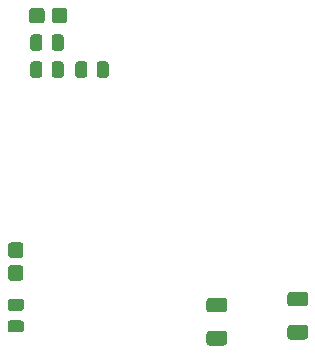
<source format=gbr>
%TF.GenerationSoftware,KiCad,Pcbnew,(5.1.10)-1*%
%TF.CreationDate,2021-07-19T20:27:22+08:00*%
%TF.ProjectId,2.5_SAS_Backend,322e355f-5341-4535-9f42-61636b656e64,rev?*%
%TF.SameCoordinates,Original*%
%TF.FileFunction,Paste,Top*%
%TF.FilePolarity,Positive*%
%FSLAX46Y46*%
G04 Gerber Fmt 4.6, Leading zero omitted, Abs format (unit mm)*
G04 Created by KiCad (PCBNEW (5.1.10)-1) date 2021-07-19 20:27:22*
%MOMM*%
%LPD*%
G01*
G04 APERTURE LIST*
G04 APERTURE END LIST*
%TO.C,F2*%
G36*
G01*
X67955000Y-58941000D02*
X69205000Y-58941000D01*
G75*
G02*
X69455000Y-59191000I0J-250000D01*
G01*
X69455000Y-59941000D01*
G75*
G02*
X69205000Y-60191000I-250000J0D01*
G01*
X67955000Y-60191000D01*
G75*
G02*
X67705000Y-59941000I0J250000D01*
G01*
X67705000Y-59191000D01*
G75*
G02*
X67955000Y-58941000I250000J0D01*
G01*
G37*
G36*
G01*
X67955000Y-56141000D02*
X69205000Y-56141000D01*
G75*
G02*
X69455000Y-56391000I0J-250000D01*
G01*
X69455000Y-57141000D01*
G75*
G02*
X69205000Y-57391000I-250000J0D01*
G01*
X67955000Y-57391000D01*
G75*
G02*
X67705000Y-57141000I0J250000D01*
G01*
X67705000Y-56391000D01*
G75*
G02*
X67955000Y-56141000I250000J0D01*
G01*
G37*
%TD*%
%TO.C,F1*%
G36*
G01*
X61097000Y-59449000D02*
X62347000Y-59449000D01*
G75*
G02*
X62597000Y-59699000I0J-250000D01*
G01*
X62597000Y-60449000D01*
G75*
G02*
X62347000Y-60699000I-250000J0D01*
G01*
X61097000Y-60699000D01*
G75*
G02*
X60847000Y-60449000I0J250000D01*
G01*
X60847000Y-59699000D01*
G75*
G02*
X61097000Y-59449000I250000J0D01*
G01*
G37*
G36*
G01*
X61097000Y-56649000D02*
X62347000Y-56649000D01*
G75*
G02*
X62597000Y-56899000I0J-250000D01*
G01*
X62597000Y-57649000D01*
G75*
G02*
X62347000Y-57899000I-250000J0D01*
G01*
X61097000Y-57899000D01*
G75*
G02*
X60847000Y-57649000I0J250000D01*
G01*
X60847000Y-56899000D01*
G75*
G02*
X61097000Y-56649000I250000J0D01*
G01*
G37*
%TD*%
%TO.C,R4*%
G36*
G01*
X46947500Y-34601999D02*
X46947500Y-35502001D01*
G75*
G02*
X46697501Y-35752000I-249999J0D01*
G01*
X46172499Y-35752000D01*
G75*
G02*
X45922500Y-35502001I0J249999D01*
G01*
X45922500Y-34601999D01*
G75*
G02*
X46172499Y-34352000I249999J0D01*
G01*
X46697501Y-34352000D01*
G75*
G02*
X46947500Y-34601999I0J-249999D01*
G01*
G37*
G36*
G01*
X48772500Y-34601999D02*
X48772500Y-35502001D01*
G75*
G02*
X48522501Y-35752000I-249999J0D01*
G01*
X47997499Y-35752000D01*
G75*
G02*
X47747500Y-35502001I0J249999D01*
G01*
X47747500Y-34601999D01*
G75*
G02*
X47997499Y-34352000I249999J0D01*
G01*
X48522501Y-34352000D01*
G75*
G02*
X48772500Y-34601999I0J-249999D01*
G01*
G37*
%TD*%
%TO.C,R3*%
G36*
G01*
X47747500Y-37788001D02*
X47747500Y-36887999D01*
G75*
G02*
X47997499Y-36638000I249999J0D01*
G01*
X48522501Y-36638000D01*
G75*
G02*
X48772500Y-36887999I0J-249999D01*
G01*
X48772500Y-37788001D01*
G75*
G02*
X48522501Y-38038000I-249999J0D01*
G01*
X47997499Y-38038000D01*
G75*
G02*
X47747500Y-37788001I0J249999D01*
G01*
G37*
G36*
G01*
X45922500Y-37788001D02*
X45922500Y-36887999D01*
G75*
G02*
X46172499Y-36638000I249999J0D01*
G01*
X46697501Y-36638000D01*
G75*
G02*
X46947500Y-36887999I0J-249999D01*
G01*
X46947500Y-37788001D01*
G75*
G02*
X46697501Y-38038000I-249999J0D01*
G01*
X46172499Y-38038000D01*
G75*
G02*
X45922500Y-37788001I0J249999D01*
G01*
G37*
%TD*%
%TO.C,R2*%
G36*
G01*
X51557500Y-37788001D02*
X51557500Y-36887999D01*
G75*
G02*
X51807499Y-36638000I249999J0D01*
G01*
X52332501Y-36638000D01*
G75*
G02*
X52582500Y-36887999I0J-249999D01*
G01*
X52582500Y-37788001D01*
G75*
G02*
X52332501Y-38038000I-249999J0D01*
G01*
X51807499Y-38038000D01*
G75*
G02*
X51557500Y-37788001I0J249999D01*
G01*
G37*
G36*
G01*
X49732500Y-37788001D02*
X49732500Y-36887999D01*
G75*
G02*
X49982499Y-36638000I249999J0D01*
G01*
X50507501Y-36638000D01*
G75*
G02*
X50757500Y-36887999I0J-249999D01*
G01*
X50757500Y-37788001D01*
G75*
G02*
X50507501Y-38038000I-249999J0D01*
G01*
X49982499Y-38038000D01*
G75*
G02*
X49732500Y-37788001I0J249999D01*
G01*
G37*
%TD*%
%TO.C,D2*%
G36*
G01*
X47744500Y-33166000D02*
X47744500Y-32366000D01*
G75*
G02*
X47994500Y-32116000I250000J0D01*
G01*
X48819500Y-32116000D01*
G75*
G02*
X49069500Y-32366000I0J-250000D01*
G01*
X49069500Y-33166000D01*
G75*
G02*
X48819500Y-33416000I-250000J0D01*
G01*
X47994500Y-33416000D01*
G75*
G02*
X47744500Y-33166000I0J250000D01*
G01*
G37*
G36*
G01*
X45819500Y-33166000D02*
X45819500Y-32366000D01*
G75*
G02*
X46069500Y-32116000I250000J0D01*
G01*
X46894500Y-32116000D01*
G75*
G02*
X47144500Y-32366000I0J-250000D01*
G01*
X47144500Y-33166000D01*
G75*
G02*
X46894500Y-33416000I-250000J0D01*
G01*
X46069500Y-33416000D01*
G75*
G02*
X45819500Y-33166000I0J250000D01*
G01*
G37*
%TD*%
%TO.C,D1*%
G36*
G01*
X45104000Y-53294000D02*
X44304000Y-53294000D01*
G75*
G02*
X44054000Y-53044000I0J250000D01*
G01*
X44054000Y-52219000D01*
G75*
G02*
X44304000Y-51969000I250000J0D01*
G01*
X45104000Y-51969000D01*
G75*
G02*
X45354000Y-52219000I0J-250000D01*
G01*
X45354000Y-53044000D01*
G75*
G02*
X45104000Y-53294000I-250000J0D01*
G01*
G37*
G36*
G01*
X45104000Y-55219000D02*
X44304000Y-55219000D01*
G75*
G02*
X44054000Y-54969000I0J250000D01*
G01*
X44054000Y-54144000D01*
G75*
G02*
X44304000Y-53894000I250000J0D01*
G01*
X45104000Y-53894000D01*
G75*
G02*
X45354000Y-54144000I0J-250000D01*
G01*
X45354000Y-54969000D01*
G75*
G02*
X45104000Y-55219000I-250000J0D01*
G01*
G37*
%TD*%
%TO.C,R1*%
G36*
G01*
X45154001Y-57766000D02*
X44253999Y-57766000D01*
G75*
G02*
X44004000Y-57516001I0J249999D01*
G01*
X44004000Y-56990999D01*
G75*
G02*
X44253999Y-56741000I249999J0D01*
G01*
X45154001Y-56741000D01*
G75*
G02*
X45404000Y-56990999I0J-249999D01*
G01*
X45404000Y-57516001D01*
G75*
G02*
X45154001Y-57766000I-249999J0D01*
G01*
G37*
G36*
G01*
X45154001Y-59591000D02*
X44253999Y-59591000D01*
G75*
G02*
X44004000Y-59341001I0J249999D01*
G01*
X44004000Y-58815999D01*
G75*
G02*
X44253999Y-58566000I249999J0D01*
G01*
X45154001Y-58566000D01*
G75*
G02*
X45404000Y-58815999I0J-249999D01*
G01*
X45404000Y-59341001D01*
G75*
G02*
X45154001Y-59591000I-249999J0D01*
G01*
G37*
%TD*%
M02*

</source>
